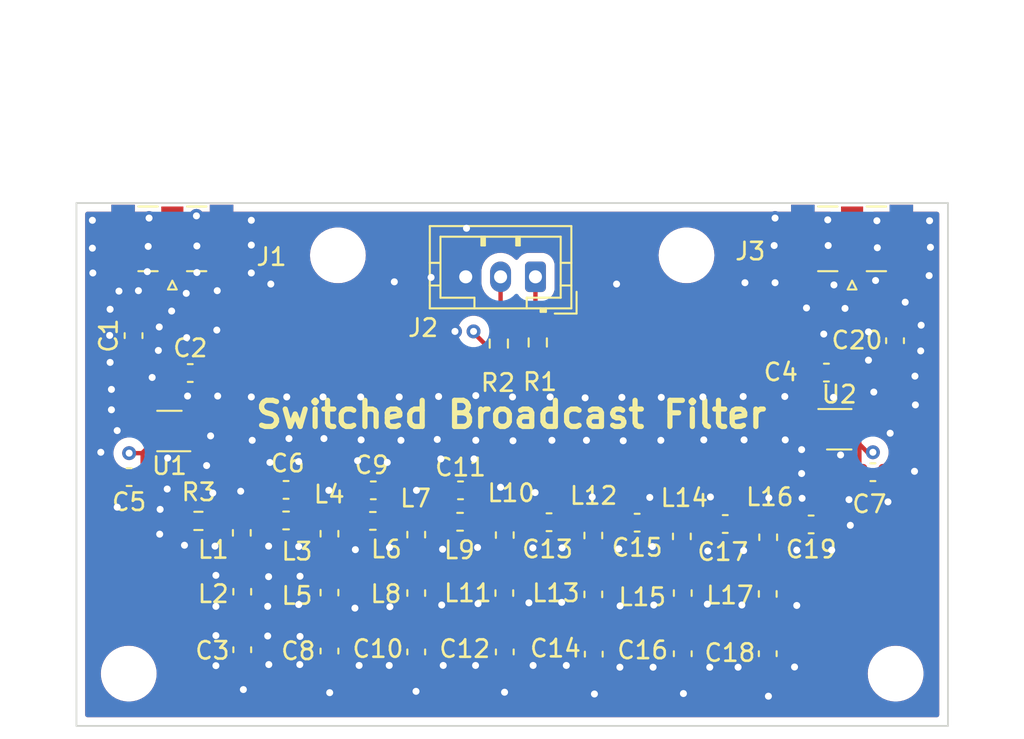
<source format=kicad_pcb>
(kicad_pcb (version 20211014) (generator pcbnew)
  (layers (0 "F.Cu" signal) (1 "In1.Cu" signal) (2 "In2.Cu" signal) (31 "B.Cu" signal) (34 "B.Paste" user) (35 "F.Paste" user) (36 "B.SilkS" user "B.Silkscreen") (37 "F.SilkS" user "F.Silkscreen") (38 "B.Mask" user) (39 "F.Mask" user) (44 "Edge.Cuts" user))
  (net 0 "")
  (net 1 "Net-(C1-Pad1)")
  (net 2 "Net-(C1-Pad2)")
  (net 3 "GND")
  (net 4 "Net-(C3-Pad2)")
  (net 5 "Net-(C6-Pad1)")
  (net 6 "Net-(C6-Pad2)")
  (net 7 "Net-(C8-Pad2)")
  (net 8 "Net-(C11-Pad2)")
  (net 9 "Net-(C10-Pad2)")
  (net 10 "Net-(C11-Pad1)")
  (net 11 "Net-(C12-Pad2)")
  (net 12 "Net-(C13-Pad1)")
  (net 13 "Net-(C14-Pad2)")
  (net 14 "Net-(C15-Pad1)")
  (net 15 "Net-(C16-Pad2)")
  (net 16 "Net-(C17-Pad1)")
  (net 17 "Net-(C18-Pad2)")
  (net 18 "Net-(C19-Pad1)")
  (net 19 "Net-(C20-Pad1)")
  (net 20 "Net-(C20-Pad2)")
  (net 21 "Net-(J2-Pad1)")
  (net 22 "Net-(J2-Pad2)")
  (net 23 "Net-(L1-Pad2)")
  (net 24 "Net-(L4-Pad2)")
  (net 25 "Net-(L7-Pad2)")
  (net 26 "Net-(L10-Pad2)")
  (net 27 "Net-(L12-Pad2)")
  (net 28 "Net-(L14-Pad2)")
  (net 29 "Net-(L16-Pad2)")
  (net 30 "Net-(U1-Pad1)")
  (net 31 "Net-(U1-Pad3)")
  (net 32 "/Thru")
  (net 33 "/Fil")
  (footprint "Inductor_SMD:L_0603_1608Metric" (layer "F.Cu") (at 122.0085 118.2879)
    (fp_text reference "L9")
    (fp_text value "L")
  )
  (footprint "Connector_JST:JST_PH_B3B-PH-K_1x03_P2.00mm_Vertical" (layer "F.Cu") (at 126.333 104.2328 180)
    (fp_text reference "J2")
    (fp_text value "Conn_01x03")
  )
  (footprint "Capacitor_SMD:C_0603_1608Metric" (layer "F.Cu") (at 114.5155 125.7047 90)
    (fp_text reference "C8")
    (fp_text value "C")
  )
  (footprint "Capacitor_SMD:C_0603_1608Metric" (layer "F.Cu") (at 103.0224 115.7224 180)
    (fp_text reference "C5")
    (fp_text value "C")
  )
  (footprint "Inductor_SMD:L_0603_1608Metric" (layer "F.Cu") (at 114.5155 118.9737 -90)
    (fp_text reference "L4")
    (fp_text value "L")
  )
  (footprint "Capacitor_SMD:C_0603_1608Metric" (layer "F.Cu") (at 103.2764 107.6074 90)
    (fp_text reference "C1")
    (fp_text value "C")
  )
  (footprint "Inductor_SMD:L_0603_1608Metric" (layer "F.Cu") (at 124.5739 119.0499 -90)
    (fp_text reference "L10")
    (fp_text value "L")
  )
  (footprint "Connector_Coaxial:SMA_Samtec_SMA-J-P-X-ST-EM1_EdgeMount" (layer "F.Cu") (at 144.5 102.2 180)
    (fp_text reference "J3")
    (fp_text value "Conn_Coaxial")
  )
  (footprint "Inductor_SMD:L_0603_1608Metric" (layer "F.Cu") (at 134.7847 122.3773 -90)
    (fp_text reference "L15")
    (fp_text value "L")
  )
  (footprint "Capacitor_SMD:C_0603_1608Metric" (layer "F.Cu") (at 119.4939 125.7555 90)
    (fp_text reference "C10")
    (fp_text value "C")
  )
  (footprint "Inductor_SMD:L_0603_1608Metric" (layer "F.Cu") (at 109.4863 118.9229 -90)
    (fp_text reference "L1")
    (fp_text value "L")
  )
  (footprint "MountingHole:MountingHole_2.2mm_M2_DIN965" (layer "F.Cu") (at 115 103)
    (fp_text reference "H2" hide)
    (fp_text value "MountingHole")
  )
  (footprint "MountingHole:MountingHole_2.2mm_M2_DIN965" (layer "F.Cu") (at 135 103)
    (fp_text reference "H3" hide)
    (fp_text value "MountingHole")
  )
  (footprint "Inductor_SMD:L_0603_1608Metric" (layer "F.Cu") (at 112.0263 118.2117)
    (fp_text reference "L3")
    (fp_text value "L")
  )
  (footprint "Capacitor_SMD:C_0603_1608Metric" (layer "F.Cu") (at 124.5739 125.7555 90)
    (fp_text reference "C12")
    (fp_text value "C")
  )
  (footprint "Capacitor_SMD:C_0603_1608Metric" (layer "F.Cu") (at 129.6793 125.8825 90)
    (fp_text reference "C14")
    (fp_text value "C")
  )
  (footprint "Resistor_SMD:R_0603_1608Metric" (layer "F.Cu") (at 126.4666 108.0008 90)
    (fp_text reference "R1")
    (fp_text value "R")
  )
  (footprint "Inductor_SMD:L_0603_1608Metric" (layer "F.Cu") (at 139.6615 122.4281 -90)
    (fp_text reference "L17")
    (fp_text value "L")
  )
  (footprint "Resistor_SMD:R_0603_1608Metric" (layer "F.Cu") (at 106.9971 118.2371 180)
    (fp_text reference "R3")
    (fp_text value "R")
  )
  (footprint "Inductor_SMD:L_0603_1608Metric" (layer "F.Cu") (at 124.5485 122.3773 -90)
    (fp_text reference "L11")
    (fp_text value "L")
  )
  (footprint "Resistor_SMD:R_0603_1608Metric" (layer "F.Cu") (at 124.2314 108.0638 90)
    (fp_text reference "R2")
    (fp_text value "R")
  )
  (footprint "Inductor_SMD:L_0603_1608Metric" (layer "F.Cu") (at 139.6869 119.1769 -90)
    (fp_text reference "L16")
    (fp_text value "L")
  )
  (footprint "Connector_Coaxial:SMA_Samtec_SMA-J-P-X-ST-EM1_EdgeMount" (layer "F.Cu") (at 105.5 102.2 180)
    (fp_text reference "J1")
    (fp_text value "Conn_Coaxial")
  )
  (footprint "Inductor_SMD:L_0603_1608Metric" (layer "F.Cu") (at 114.5155 122.3519 -90)
    (fp_text reference "L5")
    (fp_text value "L")
  )
  (footprint "Capacitor_SMD:C_0603_1608Metric" (layer "F.Cu") (at 127.1139 118.3133 180)
    (fp_text reference "C13")
    (fp_text value "C")
  )
  (footprint "Inductor_SMD:L_0603_1608Metric" (layer "F.Cu") (at 109.5117 122.3012 -90)
    (fp_text reference "L2")
    (fp_text value "L")
  )
  (footprint "Inductor_SMD:L_0603_1608Metric" (layer "F.Cu") (at 117.0047 118.2371)
    (fp_text reference "L6")
    (fp_text value "L")
  )
  (footprint "Capacitor_SMD:C_0603_1608Metric" (layer "F.Cu") (at 109.5117 125.6286 90)
    (fp_text reference "C3")
    (fp_text value "C")
  )
  (footprint "Capacitor_SMD:C_0603_1608Metric" (layer "F.Cu") (at 145.6944 115.443)
    (fp_text reference "C7")
    (fp_text value "C")
  )
  (footprint "Capacitor_SMD:C_0603_1608Metric" (layer "F.Cu") (at 112.0263 116.4591 180)
    (fp_text reference "C6")
    (fp_text value "C")
  )
  (footprint "Capacitor_SMD:C_0603_1608Metric" (layer "F.Cu") (at 134.7847 125.8571 90)
    (fp_text reference "C16")
    (fp_text value "C")
  )
  (footprint "Package_TO_SOT_SMD:SOT-363_SC-70-6" (layer "F.Cu") (at 143.764 112.9792)
    (fp_text reference "U2")
    (fp_text value "AS179-92LF")
  )
  (footprint "MountingHole:MountingHole_2.2mm_M2_DIN965" (layer "F.Cu") (at 147 127)
    (fp_text reference "H1" hide)
    (fp_text value "MountingHole")
  )
  (footprint "Capacitor_SMD:C_0603_1608Metric" (layer "F.Cu") (at 137.2231 118.4149 180)
    (fp_text reference "C17")
    (fp_text value "C")
  )
  (footprint "Inductor_SMD:L_0603_1608Metric" (layer "F.Cu") (at 129.6539 122.4535 -90)
    (fp_text reference "L13")
    (fp_text value "L")
  )
  (footprint "Capacitor_SMD:C_0603_1608Metric" (layer "F.Cu") (at 146.9644 107.8992 -90)
    (fp_text reference "C20")
    (fp_text value "C")
  )
  (footprint "Capacitor_SMD:C_0603_1608Metric" (layer "F.Cu") (at 117.0301 116.4845 180)
    (fp_text reference "C9")
    (fp_text value "C")
  )
  (footprint "Inductor_SMD:L_0603_1608Metric" (layer "F.Cu") (at 134.7339 119.1261 -90)
    (fp_text reference "L14")
    (fp_text value "L")
  )
  (footprint "Capacitor_SMD:C_0603_1608Metric" (layer "F.Cu") (at 106.5276 109.7534)
    (fp_text reference "C2")
    (fp_text value "C")
  )
  (footprint "Inductor_SMD:L_0603_1608Metric" (layer "F.Cu") (at 129.6539 119.0753 -90)
    (fp_text reference "L12")
    (fp_text value "L")
  )
  (footprint "MountingHole:MountingHole_2.2mm_M2_DIN965" (layer "F.Cu") (at 103 127)
    (fp_text reference "H4" hide)
    (fp_text value "MountingHole")
  )
  (footprint "Capacitor_SMD:C_0603_1608Metric" (layer "F.Cu") (at 143.0274 109.728 180)
    (fp_text reference "C4")
    (fp_text value "C")
  )
  (footprint "Package_TO_SOT_SMD:SOT-363_SC-70-6" (layer "F.Cu") (at 105.3338 113.0808 180)
    (fp_text reference "U1")
    (fp_text value "AS179-92LF")
  )
  (footprint "Capacitor_SMD:C_0603_1608Metric" (layer "F.Cu") (at 142.1507 118.4403 180)
    (fp_text reference "C19")
    (fp_text value "C")
  )
  (footprint "Inductor_SMD:L_0603_1608Metric" (layer "F.Cu") (at 119.4939 122.3773 -90)
    (fp_text reference "L8")
    (fp_text value "L")
  )
  (footprint "Capacitor_SMD:C_0603_1608Metric" (layer "F.Cu") (at 132.1685 118.3387 180)
    (fp_text reference "C15")
    (fp_text value "C")
  )
  (footprint "Capacitor_SMD:C_0603_1608Metric" (layer "F.Cu") (at 122.0339 116.4845 180)
    (fp_text reference "C11")
    (fp_text value "C")
  )
  (footprint "Inductor_SMD:L_0603_1608Metric" (layer "F.Cu") (at 119.4939 119.0245 -90)
    (fp_text reference "L7")
    (fp_text value "L")
  )
  (footprint "Capacitor_SMD:C_0603_1608Metric" (layer "F.Cu") (at 139.6615 125.8571 90)
    (fp_text reference "C18")
    (fp_text value "C")
  )
  (gr_line (start 150 100) (end 100 100) (layer "Edge.Cuts") (width 0.1))
  (gr_line (start 100 100) (end 100 130) (layer "Edge.Cuts") (width 0.1))
  (gr_line (start 100 130) (end 150 130) (layer "Edge.Cuts") (width 0.1))
  (gr_line (start 150 100) (end 150 130) (layer "Edge.Cuts") (width 0.1))
  (gr_text "Switched Broadcast Filter" (at 124.9426 112.141) (layer "F.SilkS") (effects (font (size 1.5 1.5) (thickness 0.3))))
  (segment (start 103.2764 108.3824) (end 103.2764 111.617373) (width 0.293) (layer "F.Cu") (net 1))
  (segment (start 103.862187 113.031587) (end 103.9114 113.0808) (width 0.293) (layer "F.Cu") (net 1))
  (segment (start 103.9114 113.0808) (end 104.3838 113.0808) (width 0.293) (layer "F.Cu") (net 1))
  (arc (start 103.862187 113.031587) (mid 103.428641 112.38274) (end 103.2764 111.617373) (width 0.293) (layer "F.Cu") (net 1))
  (segment (start 104.671813 105.436987) (end 103.2764 106.8324) (width 0.293) (layer "F.Cu") (net 2))
  (segment (start 105.2576 101.9588) (end 105.2576 104.022773) (width 0.293) (layer "F.Cu") (net 2))
  (arc (start 105.2576 104.022773) (mid 105.105359 104.78814) (end 104.671813 105.436987) (width 0.293) (layer "F.Cu") (net 2))
  (segment (start 129.7047 126.6321) (end 129.6793 126.6575) (width 0.25) (layer "F.Cu") (net 3))
  (segment (start 136.3341 126.6321) (end 134.7847 126.6321) (width 0.25) (layer "F.Cu") (net 3))
  (segment (start 129.6793 126.6575) (end 129.5523 126.5305) (width 0.25) (layer "F.Cu") (net 3))
  (segment (start 134.7847 126.6321) (end 133.0829 126.6321) (width 0.25) (layer "F.Cu") (net 3))
  (segment (start 116.2173 126.5305) (end 114.5663 126.5305) (width 0.25) (layer "F.Cu") (net 3))
  (segment (start 128.1045 126.5305) (end 126.1995 126.5305) (width 0.25) (layer "F.Cu") (net 3))
  (segment (start 142.289978 112.9792) (end 142.814 112.9792) (width 0.25) (layer "F.Cu") (net 3))
  (segment (start 131.1779 126.6321) (end 129.7047 126.6321) (width 0.25) (layer "F.Cu") (net 3))
  (segment (start 121.0433 126.5305) (end 119.4939 126.5305) (width 0.25) (layer "F.Cu") (net 3))
  (segment (start 122.8975 126.5305) (end 121.0433 126.5305) (width 0.25) (layer "F.Cu") (net 3))
  (segment (start 117.9445 126.5305) (end 116.2173 126.5305) (width 0.25) (layer "F.Cu") (net 3))
  (segment (start 124.5739 126.5305) (end 122.8975 126.5305) (width 0.25) (layer "F.Cu") (net 3))
  (segment (start 114.5663 126.5305) (end 114.5155 126.4797) (width 0.25) (layer "F.Cu") (net 3))
  (segment (start 112.8137 126.4797) (end 111.0357 126.4797) (width 0.25) (layer "F.Cu") (net 3))
  (segment (start 141.605 114.1476) (end 141.605 113.664178) (width 0.25) (layer "F.Cu") (net 3))
  (segment (start 129.5523 126.5305) (end 128.1045 126.5305) (width 0.25) (layer "F.Cu") (net 3))
  (segment (start 119.4939 126.5305) (end 117.9445 126.5305) (width 0.25) (layer "F.Cu") (net 3))
  (segment (start 111.0357 126.4797) (end 109.5878 126.4797) (width 0.25) (layer "F.Cu") (net 3))
  (segment (start 106.2838 113.0808) (end 107.4166 113.0808) (width 0.25) (layer "F.Cu") (net 3))
  (segment (start 114.5155 126.4797) (end 112.8137 126.4797) (width 0.25) (layer "F.Cu") (net 3))
  (segment (start 141.605 113.664178) (end 142.289978 112.9792) (width 0.25) (layer "F.Cu") (net 3))
  (segment (start 107.4166 113.0808) (end 107.696 113.3602) (width 0.25) (layer "F.Cu") (net 3))
  (segment (start 139.6615 126.6321) (end 137.9597 126.6321) (width 0.25) (layer "F.Cu") (net 3))
  (segment (start 133.0829 126.6321) (end 131.1779 126.6321) (width 0.25) (layer "F.Cu") (net 3))
  (segment (start 137.9597 126.6321) (end 136.3341 126.6321) (width 0.25) (layer "F.Cu") (net 3))
  (segment (start 126.1995 126.5305) (end 124.5739 126.5305) (width 0.25) (layer "F.Cu") (net 3))
  (via (at 127.8382 122.9106) (size 0.8) (drill 0.4) (layers "F.Cu" "B.Cu") (net 3))
  (via (at 148.082 115.3922) (size 0.8) (drill 0.4) (layers "F.Cu" "B.Cu") (net 3))
  (via (at 100.9142 102.5906) (size 0.8) (drill 0.4) (layers "F.Cu" "B.Cu") (net 3))
  (via (at 106.3752 111.0742) (size 0.8) (drill 0.4) (layers "F.Cu" "B.Cu") (net 3))
  (via (at 140.6652 113.5888) (size 0.8) (drill 0.4) (layers "F.Cu" "B.Cu") (net 3))
  (via (at 110.0328 104.013) (size 0.8) (drill 0.4) (layers "F.Cu" "B.Cu") (net 3))
  (via (at 125.0188 111.125) (size 0.8) (drill 0.4) (layers "F.Cu" "B.Cu") (net 3))
  (via (at 107.4674 115.062) (size 0.8) (drill 0.4) (layers "F.Cu" "B.Cu") (net 3))
  (via (at 126.1872 119.7864) (size 0.8) (drill 0.4) (layers "F.Cu" "B.Cu") (net 3))
  (via (at 126.3142 116.6114) (size 0.8) (drill 0.4) (layers "F.Cu" "B.Cu") (net 3))
  (via (at 119.507 116.4844) (size 0.8) (drill 0.4) (layers "F.Cu" "B.Cu") (net 3))
  (via (at 105.2068 116.4082) (size 0.8) (drill 0.4) (layers "F.Cu" "B.Cu") (net 3))
  (via (at 129.1844 111.1758) (size 0.8) (drill 0.4) (layers "F.Cu" "B.Cu") (net 3))
  (via (at 106.1974 119.634) (size 0.8) (drill 0.4) (layers "F.Cu" "B.Cu") (net 3))
  (via (at 131.1779 126.6321) (size 0.8) (drill 0.4) (layers "F.Cu" "B.Cu") (net 3))
  (via (at 116.332 113.5888) (size 0.8) (drill 0.4) (layers "F.Cu" "B.Cu") (net 3))
  (via (at 146.685 113.2078) (size 0.8) (drill 0.4) (layers "F.Cu" "B.Cu") (net 3))
  (via (at 107.95 119.6848) (size 0.8) (drill 0.4) (layers "F.Cu" "B.Cu") (net 3))
  (via (at 126.1995 126.5305) (size 0.8) (drill 0.4) (layers "F.Cu" "B.Cu") (net 3))
  (via (at 105.4608 106.1974) (size 0.8) (drill 0.4) (layers "F.Cu" "B.Cu") (net 3))
  (via (at 104.7496 107.1118) (size 0.8) (drill 0.4) (layers "F.Cu" "B.Cu") (net 3))
  (via (at 110.0328 100.9904) (size 0.8) (drill 0.4) (layers "F.Cu" "B.Cu") (net 3))
  (via (at 128.1045 126.5305) (size 0.8) (drill 0.4) (layers "F.Cu" "B.Cu") (net 3))
  (via (at 111.0357 126.4797) (size 0.8) (drill 0.4) (layers "F.Cu" "B.Cu") (net 3))
  (via (at 104.6988 108.458) (size 0.8) (drill 0.4) (layers "F.Cu" "B.Cu") (net 3))
  (via (at 140.6398 111.0996) (size 0.8) (drill 0.4) (layers "F.Cu" "B.Cu") (net 3))
  (via (at 133.5278 113.6142) (size 0.8) (drill 0.4) (layers "F.Cu" "B.Cu") (net 3))
  (via (at 124.333 116.3066) (size 0.8) (drill 0.4) (layers "F.Cu" "B.Cu") (net 3))
  (via (at 136.2202 119.9642) (size 0.8) (drill 0.4) (layers "F.Cu" "B.Cu") (net 3))
  (via (at 108.0008 123.1392) (size 0.8) (drill 0.4) (layers "F.Cu" "B.Cu") (net 3))
  (via (at 102.0064 110.6932) (size 0.8) (drill 0.4) (layers "F.Cu" "B.Cu") (net 3))
  (via (at 109.5756 127.9144) (size 0.8) (drill 0.4) (layers "F.Cu" "B.Cu") (net 3))
  (via (at 123.0376 122.9868) (size 0.8) (drill 0.4) (layers "F.Cu" "B.Cu") (net 3))
  (via (at 130.9878 104.648) (size 0.8) (drill 0.4) (layers "F.Cu" "B.Cu") (net 3))
  (via (at 106.9086 102.4636) (size 0.8) (drill 0.4) (layers "F.Cu" "B.Cu") (net 3))
  (via (at 115.9764 123.2408) (size 0.8) (drill 0.4) (layers "F.Cu" "B.Cu") (net 3))
  (via (at 148.4376 108.4834) (size 0.8) (drill 0.4) (layers "F.Cu" "B.Cu") (net 3))
  (via (at 140.081 100.8634) (size 0.8) (drill 0.4) (layers "F.Cu" "B.Cu") (net 3))
  (via (at 122.8975 126.5305) (size 0.8) (drill 0.4) (layers "F.Cu" "B.Cu") (net 3))
  (via (at 139.7 128.2954) (size 0.8) (drill 0.4) (layers "F.Cu" "B.Cu") (net 3))
  (via (at 117.8306 114.8842) (size 0.8) (drill 0.4) (layers "F.Cu" "B.Cu") (net 3))
  (via (at 138.2522 111.0996) (size 0.8) (drill 0.4) (layers "F.Cu" "B.Cu") (net 3))
  (via (at 106.3244 107.7214) (size 0.8) (drill 0.4) (layers "F.Cu" "B.Cu") (net 3))
  (via (at 101.9302 106.0958) (size 0.8) (drill 0.4) (layers "F.Cu" "B.Cu") (net 3))
  (via (at 129.2606 113.6142) (size 0.8) (drill 0.4) (layers "F.Cu" "B.Cu") (net 3))
  (via (at 148.9456 101.0158) (size 0.8) (drill 0.4) (layers "F.Cu" "B.Cu") (net 3))
  (via (at 120.3452 104.267) (size 0.8) (drill 0.4) (layers "F.Cu" "B.Cu") (net 3))
  (via (at 140.0302 102.4382) (size 0.8) (drill 0.4) (layers "F.Cu" "B.Cu") (net 3))
  (via (at 118.237 104.521) (size 0.8) (drill 0.4) (layers "F.Cu" "B.Cu") (net 3))
  (via (at 132.8928 116.8908) (size 0.8) (drill 0.4) (layers "F.Cu" "B.Cu") (net 3))
  (via (at 112.7506 114.8334) (size 0.8) (drill 0.4) (layers "F.Cu" "B.Cu") (net 3))
  (via (at 116.1288 114.7826) (size 0.8) (drill 0.4) (layers "F.Cu" "B.Cu") (net 3))
  (via (at 108.077 105.029) (size 0.8) (drill 0.4) (layers "F.Cu" "B.Cu") (net 3))
  (via (at 112.8137 126.4797) (size 0.8) (drill 0.4) (layers "F.Cu" "B.Cu") (net 3))
  (via (at 138.2776 119.9388) (size 0.8) (drill 0.4) (layers "F.Cu" "B.Cu") (net 3))
  (via (at 141.3256 123.0884) (size 0.8) (drill 0.4) (layers "F.Cu" "B.Cu") (net 3))
  (via (at 121.7168 107.3658) (size 0.8) (drill 0.4) (layers "F.Cu" "B.Cu") (net 3))
  (via (at 116.0018 119.888) (size 0.8) (drill 0.4) (layers "F.Cu" "B.Cu") (net 3))
  (via (at 135.9916 113.5888) (size 0.8) (drill 0.4) (layers "F.Cu" "B.Cu") (net 3))
  (via (at 143.129 102.4382) (size 0.8) (drill 0.4) (layers "F.Cu" "B.Cu") (net 3))
  (via (at 143.3322 119.9134) (size 0.8) (drill 0.4) (layers "F.Cu" "B.Cu") (net 3))
  (via (at 120.7008 113.5634) (size 0.8) (drill 0.4) (layers "F.Cu" "B.Cu") (net 3))
  (via (at 102.3366 113.0554) (size 0.8) (drill 0.4) (layers "F.Cu" "B.Cu") (net 3))
  (via (at 120.9548 123.063) (size 0.8) (drill 0.4) (layers "F.Cu" "B.Cu") (net 3))
  (via (at 127.2794 113.6142) (size 0.8) (drill 0.4) (layers "F.Cu" "B.Cu") (net 3))
  (via (at 116.2173 126.5305) (size 0.8) (drill 0.4) (layers "F.Cu" "B.Cu") (net 3))
  (via (at 145.8468 104.4448) (size 0.8) (drill 0.4) (layers "F.Cu" "B.Cu") (net 3))
  (via (at 102.3366 117.4496) (size 0.8) (drill 0.4) (layers "F.Cu" "B.Cu") (net 3))
  (via (at 112.7506 119.7102) (size 0.8) (drill 0.4) (layers "F.Cu" "B.Cu") (net 3))
  (via (at 120.777 111.0996) (size 0.8) (drill 0.4) (layers "F.Cu" "B.Cu") (net 3))
  (via (at 143.4592 104.6988) (size 0.8) (drill 0.4) (layers "F.Cu" "B.Cu") (net 3))
  (via (at 143.1036 100.965) (size 0.8) (drill 0.4) (layers "F.Cu" "B.Cu") (net 3))
  (via (at 141.605 114.1476) (size 0.8) (drill 0.4) (layers "F.Cu" "B.Cu") (net 3))
  (via (at 131.3688 113.6396) (size 0.8) (drill 0.4) (layers "F.Cu" "B.Cu") (net 3))
  (via (at 100.9396 104.013) (size 0.8) (drill 0.4) (layers "F.Cu" "B.Cu") (net 3))
  (via (at 136.1948 123.0122) (size 0.8) (drill 0.4) (layers "F.Cu" "B.Cu") (net 3))
  (via (at 114.4778 116.4844) (size 0.8) (drill 0.4) (layers "F.Cu" "B.Cu") (net 3))
  (via (at 108.0008 126.5428) (size 0.8) (drill 0.4) (layers "F.Cu" "B.Cu") (net 3))
  (via (at 148.9964 102.5398) (size 0.8) (drill 0.4) (layers "F.Cu" "B.Cu") (net 3))
  (via (at 110.0836 113.6142) (size 0.8) (drill 0.4) (layers "F.Cu" "B.Cu") (net 3))
  (via (at 111.0234 121.4374) (size 0.8) (drill 0.4) (layers "F.Cu" "B.Cu") (net 3))
  (via (at 100.9142 100.9904) (size 0.8) (drill 0.4) (layers "F.Cu" "B.Cu") (net 3))
  (via (at 104.775 118.999) (size 0.8) (drill 0.4) (layers "F.Cu" "B.Cu") (net 3))
  (via (at 145.9484 102.5652) (size 0.8) (drill 0.4) (layers "F.Cu" "B.Cu") (net 3))
  (via (at 108.0516 107.2896) (size 0.8) (drill 0.4) (layers "F.Cu" "B.Cu") (net 3))
  (via (at 142.875 107.5182) (size 0.8) (drill 0.4) (layers "F.Cu" "B.Cu") (net 3))
  (via (at 107.823 116.6368) (size 0.8) (drill 0.4) (layers "F.Cu" "B.Cu") (net 3))
  (via (at 112.0648 111.125) (size 0.8) (drill 0.4) (layers "F.Cu" "B.Cu") (net 3))
  (via (at 125.0442 113.6396) (size 0.8) (drill 0.4) (layers "F.Cu" "B.Cu") (net 3))
  (via (at 147.5486 105.6894) (size 0.8) (drill 0.4) (layers "F.Cu" "B.Cu") (net 3))
  (via (at 102.0064 111.8616) (size 0.8) (drill 0.4) (layers "F.Cu" "B.Cu") (net 3))
  (via (at 120.904 114.681) (size 0.8) (drill 0.4) (layers "F.Cu" "B.Cu") (net 3))
  (via (at 139.7254 116.9162) (size 0.8) (drill 0.4) (layers "F.Cu" "B.Cu") (net 3))
  (via (at 118.5164 111.125) (size 0.8) (drill 0.4) (layers "F.Cu" "B.Cu") (net 3))
  (via (at 106.9086 103.9876) (size 0.8) (drill 0.4) (layers "F.Cu" "B.Cu") (net 3))
  (via (at 122.9106 113.6142) (size 0.8) (drill 0.4) (layers "F.Cu" "B.Cu") (net 3))
  (via (at 123.0122 119.761) (size 0.8) (drill 0.4) (layers "F.Cu" "B.Cu") (net 3))
  (via (at 110.0328 102.4128) (size 0.8) (drill 0.4) (layers "F.Cu" "B.Cu") (net 3))
  (via (at 104.1146 102.489) (size 0.8) (drill 0.4) (layers "F.Cu" "B.Cu") (net 3))
  (via (at 135.9408 111.125) (size 0.8) (drill 0.4) (layers "F.Cu" "B.Cu") (net 3))
  (via (at 145.923 101.0158) (size 0.8) (drill 0.4) (layers "F.Cu" "B.Cu") (net 3))
  (via (at 112.8268 124.8664) (size 0.8) (drill 0.4) (layers "F.Cu" "B.Cu") (net 3))
  (via (at 101.9048 107.5944) (size 0.8) (drill 0.4) (layers "F.Cu" "B.Cu") (net 3))
  (via (at 143.8402 114.4524) (size 0.8) (drill 0.4) (layers "F.Cu" "B.Cu") (net 3))
  (via (at 148.1328 111.5822) (size 0.8) (drill 0.4) (layers "F.Cu" "B.Cu") (net 3))
  (via (at 145.4404 109.0168) (size 0.8) (drill 0.4) (layers "F.Cu" "B.Cu") (net 3))
  (via (at 137.9597 126.6321) (size 0.8) (drill 0.4) (layers "F.Cu" "B.Cu") (net 3))
  (via (at 131.191 123.1138) (size 0.8) (drill 0.4) (layers "F.Cu" "B.Cu") (net 3))
  (via (at 129.7178 128.1684) (size 0.8) (drill 0.4) (layers "F.Cu" "B.Cu") (net 3))
  (via (at 110.9726 124.841) (size 0.8) (drill 0.4) (layers "F.Cu" "B.Cu") (net 3))
  (via (at 103.5558 105.029) (size 0.8) (drill 0.4) (layers "F.Cu" "B.Cu") (net 3))
  (via (at 140.081 104.5718) (size 0.8) (drill 0.4) (layers "F.Cu" "B.Cu") (net 3))
  (via (at 144.399 118.491) (size 0.8) (drill 0.4) (layers "F.Cu" "B.Cu") (net 3))
  (via (at 109.4232 116.5352) (size 0.8) (drill 0.4) (layers "F.Cu" "B.Cu") (net 3))
  (via (at 144.0942 106.045) (size 0.8) (drill 0.4) (layers "F.Cu" "B.Cu") (net 3))
  (via (at 114.1476 111.125) (size 0.8) (drill 0.4) (layers "F.Cu" "B.Cu") (net 3))
  (via (at 106.8832 100.7364) (size 0.8) (drill 0.4) (layers "F.Cu" "B.Cu") (net 3))
  (via (at 108.1024 111.0742) (size 0.8) (drill 0.4) (layers "F.Cu" "B.Cu") (net 3))
  (via (at 121.0056 119.8626) (size 0.8) (drill 0.4) (layers "F.Cu" "B.Cu") (net 3))
  (via (at 131.2926 111.1504) (size 0.8) (drill 0.4) (layers "F.Cu" "B.Cu") (net 3))
  (via (at 112.7506 123.0376) (size 0.8) (drill 0.4) (layers "F.Cu" "B.Cu") (net 3))
  (via (at 141.8844 106.0196) (size 0.8) (drill 0.4) (layers "F.Cu" "B.Cu") (net 3))
  (via (at 117.983 123.1646) (size 0.8) (drill 0.4) (layers "F.Cu" "B.Cu") (net 3))
  (via (at 127.1778 111.125) (size 0.8) (drill 0.4) (layers "F.Cu" "B.Cu") (net 3))
  (via (at 131.1148 119.8372) (size 0.8) (drill 0.4) (layers "F.Cu" "B.Cu") (net 3))
  (via (at 111.1504 104.648) (size 0.8) (drill 0.4) (layers "F.Cu" "B.Cu") (net 3))
  (via (at 104.0638 103.9368) (size 0.8) (drill 0.4) (layers "F.Cu" "B.Cu") (net 3))
  (via (at 114.1984 113.5126) (size 0.8) (drill 0.4) (layers "F.Cu" "B.Cu") (net 3))
  (via (at 102.4382 105.0544) (size 0.8) (drill 0.4) (layers "F.Cu" "B.Cu") (net 3))
  (via (at 125.9586 122.936) (size 0.8) (drill 0.4) (layers "F.Cu" "B.Cu") (net 3))
  (via (at 148.9202 104.1654) (size 0.8) (drill 0.4) (layers "F.Cu" "B.Cu") (net 3))
  (via (at 122.9106 111.0488) (size 0.8) (drill 0.4) (layers "F.Cu" "B.Cu") (net 3))
  (via (at 145.4404 107.3912) (size 0.8) (drill 0.4) (layers "F.Cu" "B.Cu") (net 3))
  (via (at 146.558 117.1448) (size 0.8) (drill 0.4) (layers "F.Cu" "B.Cu") (net 3))
  (via (at 107.696 113.3602) (size 0.8) (drill 0.4) (layers "F.Cu" "B.Cu") (net 3))
  (via (at 134.8232 128.143) (size 0.8) (drill 0.4) (layers "F.Cu" "B.Cu") (net 3))
  (via (at 129.5908 116.8654) (size 0.8) (drill 0.4) (layers "F.Cu" "B.Cu") (net 3))
  (via (at 104.3432 110.0074) (size 0.8) (drill 0.4) (layers "F.Cu" "B.Cu") (net 3))
  (via (at 101.9302 109.1438) (size 0.8) (drill 0.4) (layers "F.Cu" "B.Cu") (net 3))
  (via (at 145.7452 110.8456) (size 0.8) (drill 0.4) (layers "F.Cu" "B.Cu") (net 3))
  (via (at 138.303 113.5888) (size 0.8) (drill 0.4) (layers "F.Cu" "B.Cu") (net 3))
  (via (at 119.4816 128.016) (size 0.8) (drill 0.4) (layers "F.Cu" "B.Cu") (net 3))
  (via (at 111.0234 119.6848) (size 0.8) (drill 0.4) (layers "F.Cu" "B.Cu") (net 3))
  (via (at 104.8004 117.5766) (size 0.8) (drill 0.4) (layers "F.Cu" "B.Cu") (net 3))
  (via (at 133.0452 119.7102) (size 0.8) (drill 0.4) (layers "F.Cu" "B.Cu") (net 3))
  (via (at 141.1986 126.619) (size 0.8) (drill 0.4) (layers "F.Cu" "B.Cu") (net 3))
  (via (at 110.0328 111.125) (size 0.8) (drill 0.4) (layers "F.Cu" "B.Cu") (net 3))
  (via (at 136.3341 126.6321) (size 0.8) (drill 0.4) (layers "F.Cu" "B.Cu") (net 3))
  (via (at 101.3968 114.3) (size 0.8) (drill 0.4) (layers "F.Cu" "B.Cu") (net 3))
  (via (at 105.2322 114.6302) (size 0.8) (drill 0.4) (layers "F.Cu" "B.Cu") (net 3))
  (via (at 133.5532 111.1504) (size 0.8) (drill 0.4) (layers "F.Cu" "B.Cu") (net 3))
  (via (at 138.3538 104.5718) (size 0.8) (drill 0.4) (layers "F.Cu" "B.Cu") (net 3))
  (via (at 121.0433 126.5305) (size 0.8) (drill 0.4) (layers "F.Cu" "B.Cu") (net 3))
  (via (at 118.618 113.6142) (size 0.8) (drill 0.4) (layers "F.Cu" "B.Cu") (net 3))
  (via (at 112.1918 113.5126) (size 0.8) (drill 0.4) (layers "F.Cu" "B.Cu") (net 3))
  (via (at 144.3228 117.0178) (size 0.8) (drill 0.4) (layers "F.Cu" "B.Cu") (net 3))
  (via (at 108.0008 124.8156) (size 0.8) (drill 0.4) (layers "F.Cu" "B.Cu") (net 3))
  (via (at 117.9445 126.5305) (size 0.8) (drill 0.4) (layers "F.Cu" "B.Cu") (net 3))
  (via (at 122.3772 101.4476) (size 0.8) (drill 0.4) (layers "F.Cu" "B.Cu") (net 3))
  (via (at 133.0829 126.6321) (size 0.8) (drill 0.4) (layers "F.Cu" "B.Cu") (net 3))
  (via (at 141.6304 116.9416) (size 0.8) (drill 0.4) (layers "F.Cu" "B.Cu") (net 3))
  (via (at 127.8636 119.7864) (size 0.8) (drill 0.4) (layers "F.Cu" "B.Cu") (net 3))
  (via (at 110.9726 123.1392) (size 0.8) (drill 0.4) (layers "F.Cu" "B.Cu") (net 3))
  (via (at 122.809 114.681) (size 0.8) (drill 0.4) (layers "F.Cu" "B.Cu") (net 3))
  (via (at 117.9576 119.761) (size 0.8) (drill 0.4) (layers "F.Cu" "B.Cu") (net 3))
  (via (at 133.1214 123.063) (size 0.8) (drill 0.4) (layers "F.Cu" "B.Cu") (net 3))
  (via (at 136.3726 116.8654) (size 0.8) (drill 0.4) (layers "F.Cu" "B.Cu") (net 3))
  (via (at 104.1654 100.8634) (size 0.8) (drill 0.4) (layers "F.Cu" "B.Cu") (net 3))
  (via (at 114.5286 128.0922) (size 0.8) (drill 0.4) (layers "F.Cu" "B.Cu") (net 3))
  (via (at 141.605 115.5192) (size 0.8) (drill 0.4) (layers "F.Cu" "B.Cu") (net 3))
  (via (at 124.5616 128.0668) (size 0.8) (drill 0.4) (layers "F.Cu" "B.Cu") (net 3))
  (via (at 111.0996 114.8842) (size 0.8) (drill 0.4) (layers "F.Cu" "B.Cu") (net 3))
  (via (at 138.176 123.063) (size 0.8) (drill 0.4) (layers "F.Cu" "B.Cu") (net 3))
  (via (at 141.3256 119.9134) (size 0.8) (drill 0.4) (layers "F.Cu" "B.Cu") (net 3))
  (via (at 112.8268 121.412) (size 0.8) (drill 0.4) (layers "F.Cu" "B.Cu") (net 3))
  (via (at 143.4338 111.1504) (size 0.8) (drill 0.4) (layers "F.Cu" "B.Cu") (net 3))
  (via (at 148.1074 109.9312) (size 0.8) (drill 0.4) (layers "F.Cu" "B.Cu") (net 3))
  (via (at 148.463 107.0102) (size 0.8) (drill 0.4) (layers "F.Cu" "B.Cu") (net 3))
  (via (at 106.299 105.1814) (size 0.8) (drill 0.4) (layers "F.Cu" "B.Cu") (net 3))
  (via (at 116.3066 111.125) (size 0.8) (drill 0.4) (layers "F.Cu" "B.Cu") (net 3))
  (via (at 108.0008 121.3612) (size 0.8) (drill 0.4) (layers "F.Cu" "B.Cu") (net 3))
  (segment (start 109.5117 123.0887) (end 109.5117 124.8536) (width 0.25) (layer "F.Cu") (net 4))
  (segment (start 114.5155 118.1862) (end 112.8393 118.1862) (width 0.293) (layer "F.Cu") (net 5))
  (segment (start 116.2551 118.1992) (end 116.2172 118.2371) (width 0.25) (layer "F.Cu") (net 5))
  (segment (start 114.5664 118.2371) (end 114.5155 118.1862) (width 0.25) (layer "F.Cu") (net 5))
  (segment (start 116.2551 116.4845) (end 116.2551 118.1992) (width 0.25) (layer "F.Cu") (net 5))
  (segment (start 112.8138 116.4716) (end 112.8013 116.4591) (width 0.25) (layer "F.Cu") (net 5))
  (segment (start 116.2172 118.2371) (end 114.5664 118.2371) (width 0.293) (layer "F.Cu") (net 5))
  (segment (start 112.8138 118.2117) (end 112.8138 116.4716) (width 0.293) (layer "F.Cu") (net 5))
  (segment (start 112.8393 118.1862) (end 112.8138 118.2117) (width 0.25) (layer "F.Cu") (net 5))
  (segment (start 109.4863 118.1354) (end 107.9238 118.1354) (width 0.293) (layer "F.Cu") (net 6))
  (segment (start 109.5626 118.2117) (end 109.4863 118.1354) (width 0.25) (layer "F.Cu") (net 6))
  (segment (start 111.2388 118.2117) (end 109.5626 118.2117) (width 0.293) (layer "F.Cu") (net 6))
  (segment (start 107.9238 118.1354) (end 107.8221 118.2371) (width 0.25) (layer "F.Cu") (net 6))
  (segment (start 111.2513 118.1992) (end 111.2388 118.2117) (width 0.25) (layer "F.Cu") (net 6))
  (segment (start 111.2513 116.4591) (end 111.2513 118.1992) (width 0.293) (layer "F.Cu") (net 6))
  (segment (start 114.5155 123.1394) (end 114.5155 124.9297) (width 0.25) (layer "F.Cu") (net 7))
  (segment (start 121.221 118.2879) (end 119.5448 118.2879) (width 0.293) (layer "F.Cu") (net 8))
  (segment (start 119.4939 118.237) (end 117.7923 118.237) (width 0.293) (layer "F.Cu") (net 8))
  (segment (start 121.2589 118.25) (end 121.221 118.2879) (width 0.25) (layer "F.Cu") (net 8))
  (segment (start 117.8051 116.4845) (end 117.8051 118.2242) (width 0.25) (layer "F.Cu") (net 8))
  (segment (start 121.2589 116.4845) (end 121.2589 118.25) (width 0.293) (layer "F.Cu") (net 8))
  (segment (start 119.5448 118.2879) (end 119.4939 118.237) (width 0.25) (layer "F.Cu") (net 8))
  (segment (start 117.7923 118.237) (end 117.7922 118.2371) (width 0.25) (layer "F.Cu") (net 8))
  (segment (start 117.8051 118.2242) (end 117.7922 118.2371) (width 0.25) (layer "F.Cu") (net 8))
  (segment (start 119.4939 123.1648) (end 119.4939 124.9805) (width 0.25) (layer "F.Cu") (net 9))
  (segment (start 124.6248 118.3133) (end 124.5739 118.2624) (width 0.25) (layer "F.Cu") (net 10))
  (segment (start 124.5739 118.2624) (end 122.8215 118.2624) (width 0.293) (layer "F.Cu") (net 10))
  (segment (start 122.796 116.4974) (end 122.8089 116.4845) (width 0.25) (layer "F.Cu") (net 10))
  (segment (start 122.8215 118.2624) (end 122.796 118.2879) (width 0.25) (layer "F.Cu") (net 10))
  (segment (start 122.796 118.2879) (end 122.796 116.4974) (width 0.293) (layer "F.Cu") (net 10))
  (segment (start 126.3389 118.3133) (end 124.6248 118.3133) (width 0.293) (layer "F.Cu") (net 10))
  (segment (start 124.5485 123.1648) (end 124.5485 124.9551) (width 0.25) (layer "F.Cu") (net 11))
  (segment (start 124.5485 124.9551) (end 124.5739 124.9805) (width 0.25) (layer "F.Cu") (net 11))
  (segment (start 131.3935 118.3387) (end 129.7048 118.3387) (width 0.293) (layer "F.Cu") (net 12))
  (segment (start 129.6539 118.2878) (end 127.9144 118.2878) (width 0.293) (layer "F.Cu") (net 12))
  (segment (start 129.7048 118.3387) (end 129.6539 118.2878) (width 0.25) (layer "F.Cu") (net 12))
  (segment (start 127.9144 118.2878) (end 127.8889 118.3133) (width 0.25) (layer "F.Cu") (net 12))
  (segment (start 129.6539 123.241) (end 129.6539 125.0821) (width 0.25) (layer "F.Cu") (net 13))
  (segment (start 129.6539 125.0821) (end 129.6793 125.1075) (width 0.25) (layer "F.Cu") (net 13))
  (segment (start 134.8102 118.4149) (end 134.7339 118.3386) (width 0.25) (layer "F.Cu") (net 14))
  (segment (start 136.4481 118.4149) (end 134.8102 118.4149) (width 0.25) (layer "F.Cu") (net 14))
  (segment (start 132.9436 118.3386) (end 132.9435 118.3387) (width 0.25) (layer "F.Cu") (net 14))
  (segment (start 134.7339 118.3386) (end 132.9436 118.3386) (width 0.293) (layer "F.Cu") (net 14))
  (segment (start 134.7847 123.1648) (end 134.7847 125.0821) (width 0.25) (layer "F.Cu") (net 15))
  (segment (start 138.0236 118.3894) (end 137.9981 118.4149) (width 0.25) (layer "F.Cu") (net 16))
  (segment (start 141.3757 118.4403) (end 139.7378 118.4403) (width 0.293) (layer "F.Cu") (net 16))
  (segment (start 139.7378 118.4403) (end 139.6869 118.3894) (width 0.25) (layer "F.Cu") (net 16))
  (segment (start 139.6869 118.3894) (end 138.0236 118.3894) (width 0.293) (layer "F.Cu") (net 16))
  (segment (start 139.6615 123.2156) (end 139.6615 125.0821) (width 0.25) (layer "F.Cu") (net 17))
  (segment (start 142.814 113.6292) (end 142.814 118.3286) (width 0.293) (layer "F.Cu") (net 18))
  (segment (start 142.814 118.3286) (end 142.9257 118.4403) (width 0.25) (layer "F.Cu") (net 18))
  (segment (start 144.7292 104.060573) (end 144.7292 102.5065) (width 0.293) (layer "F.Cu") (net 19))
  (segment (start 146.9644 107.1242) (end 145.314986 105.474786) (width 0.293) (layer "F.Cu") (net 19))
  (arc (start 145.314986 105.474786) (mid 144.881441 104.82594) (end 144.7292 104.060573) (width 0.293) (layer "F.Cu") (net 19))
  (segment (start 145.289 112.9792) (end 146.378614 111.889586) (width 0.293) (layer "F.Cu") (net 20))
  (segment (start 146.9644 110.475373) (end 146.9644 108.6742) (width 0.293) (layer "F.Cu") (net 20))
  (segment (start 144.714 112.9792) (end 145.289 112.9792) (width 0.293) (layer "F.Cu") (net 20))
  (arc (start 146.378614 111.889586) (mid 146.812159 111.24074) (end 146.9644 110.475373) (width 0.293) (layer "F.Cu") (net 20))
  (segment (start 126.333 104.2328) (end 126.333 107.0422) (width 0.25) (layer "F.Cu") (net 21))
  (segment (start 126.333 107.0422) (end 126.4666 107.1758) (width 0.25) (layer "F.Cu") (net 21))
  (segment (start 124.333 107.1372) (end 124.2314 107.2388) (width 0.25) (layer "F.Cu") (net 22))
  (segment (start 124.333 104.2328) (end 124.333 107.1372) (width 0.25) (layer "F.Cu") (net 22))
  (segment (start 109.4863 119.7104) (end 109.4863 121.4883) (width 0.25) (layer "F.Cu") (net 23))
  (segment (start 109.4863 121.4883) (end 109.5117 121.5137) (width 0.25) (layer "F.Cu") (net 23))
  (segment (start 114.5155 119.7612) (end 114.5155 121.5644) (width 0.25) (layer "F.Cu") (net 24))
  (segment (start 119.4939 119.812) (end 119.4939 121.5898) (width 0.25) (layer "F.Cu") (net 25))
  (segment (start 124.5739 119.8374) (end 124.5739 121.5644) (width 0.25) (layer "F.Cu") (net 26))
  (segment (start 124.5739 121.5644) (end 124.5485 121.5898) (width 0.25) (layer "F.Cu") (net 26))
  (segment (start 129.6539 119.8628) (end 129.6539 121.666) (width 0.25) (layer "F.Cu") (net 27))
  (segment (start 134.7339 119.9136) (end 134.7339 121.539) (width 0.25) (layer "F.Cu") (net 28))
  (segment (start 134.7339 121.539) (end 134.7847 121.5898) (width 0.25) (layer "F.Cu") (net 28))
  (segment (start 139.6869 119.9644) (end 139.6869 121.6152) (width 0.25) (layer "F.Cu") (net 29))
  (segment (start 139.6869 121.6152) (end 139.6615 121.6406) (width 0.25) (layer "F.Cu") (net 29))
  (segment (start 106.2838 118.1254) (end 106.1721 118.2371) (width 0.25) (layer "F.Cu") (net 30))
  (segment (start 106.2838 113.7308) (end 106.2838 118.1254) (width 0.293) (layer "F.Cu") (net 30))
  (segment (start 106.2838 112.4308) (end 142.7124 112.4308) (width 0.293) (layer "F.Cu") (net 31))
  (segment (start 142.7124 112.4308) (end 142.814 112.3292) (width 0.25) (layer "F.Cu") (net 31))
  (segment (start 103.0224 114.3508) (end 103.7638 114.3508) (width 0.25) (layer "F.Cu") (net 32))
  (segment (start 103.7974 115.7224) (end 103.7974 114.3172) (width 0.25) (layer "F.Cu") (net 32))
  (segment (start 103.7638 114.3508) (end 103.7974 114.3172) (width 0.25) (layer "F.Cu") (net 32))
  (segment (start 145.3848 114.3) (end 145.6944 114.3) (width 0.25) (layer "F.Cu") (net 32))
  (segment (start 122.782468 107.439868) (end 124.2314 108.8888) (width 0.25) (layer "F.Cu") (net 32))
  (segment (start 144.714 113.6292) (end 145.3594 114.2746) (width 0.25) (layer "F.Cu") (net 32))
  (segment (start 145.3594 114.2746) (end 145.3848 114.3) (width 0.25) (layer "F.Cu") (net 32))
  (segment (start 122.782468 107.3658) (end 122.782468 107.439868) (width 0.25) (layer "F.Cu") (net 32))
  (segment (start 144.9194 115.443) (end 144.9194 113.8346) (width 0.25) (layer "F.Cu") (net 32))
  (segment (start 144.9194 113.8346) (end 144.714 113.6292) (width 0.25) (layer "F.Cu") (net 32))
  (segment (start 103.7974 114.3172) (end 104.3838 113.7308) (width 0.25) (layer "F.Cu") (net 32))
  (via (at 103.0224 114.3508) (size 0.8) (drill 0.4) (layers "F.Cu" "B.Cu") (net 32))
  (via (at 122.782468 107.3658) (size 0.8) (drill 0.4) (layers "F.Cu" "B.Cu") (net 32))
  (via (at 145.6944 114.3) (size 0.8) (drill 0.4) (layers "F.Cu" "B.Cu") (net 32))
  (segment (start 125.67908 109.61332) (end 126.4666 108.8258) (width 0.25) (layer "F.Cu") (net 33))
  (segment (start 104.3838 111.4778) (end 105.7526 110.109) (width 0.25) (layer "F.Cu") (net 33))
  (segment (start 105.7526 109.7534) (end 107.03472 108.47128) (width 0.25) (layer "F.Cu") (net 33))
  (segment (start 144.714 110.6396) (end 143.8024 109.728) (width 0.25) (layer "F.Cu") (net 33))
  (segment (start 142.9002 108.8258) (end 126.4666 108.8258) (width 0.25) (layer "F.Cu") (net 33))
  (segment (start 143.8024 109.728) (end 142.9002 108.8258) (width 0.25) (layer "F.Cu") (net 33))
  (segment (start 123.739137 109.61332) (end 125.67908 109.61332) (width 0.25) (layer "F.Cu") (net 33))
  (segment (start 105.7526 110.109) (end 105.7526 109.7534) (width 0.25) (layer "F.Cu") (net 33))
  (segment (start 104.3838 112.4308) (end 104.3838 111.4778) (width 0.25) (layer "F.Cu") (net 33))
  (segment (start 144.714 112.3292) (end 144.714 110.6396) (width 0.25) (layer "F.Cu") (net 33))
  (segment (start 107.03472 108.47128) (end 122.597097 108.47128) (width 0.25) (layer "F.Cu") (net 33))
  (segment (start 122.597097 108.47128) (end 123.739137 109.61332) (width 0.25) (layer "F.Cu") (net 33))
  (zone (net 3) (net_name "GND") (layer "F.Cu") (connect_pads yes (clearance 0.5)) (min_thickness 0.254) (fill yes (thermal_gap 0.508) (thermal_bridge_width 0.508))
    (polygon (pts (xy 150.0124 129.9718) (xy 99.9998 129.9718) (xy 99.9998 99.9998) (xy 149.987 99.9998)))
  )
  (zone (net 3) (net_name "GND") (layers "In2.Cu" "B.Cu") (connect_pads yes (clearance 0.5)) (min_thickness 0.254) (fill yes (thermal_gap 0.5) (thermal_bridge_width 0.508))
    (polygon (pts (xy 149.987 99.9998) (xy 150.0124 129.9718) (xy 99.9998 129.9718) (xy 100.0252 99.9744)))
  )
)
</source>
